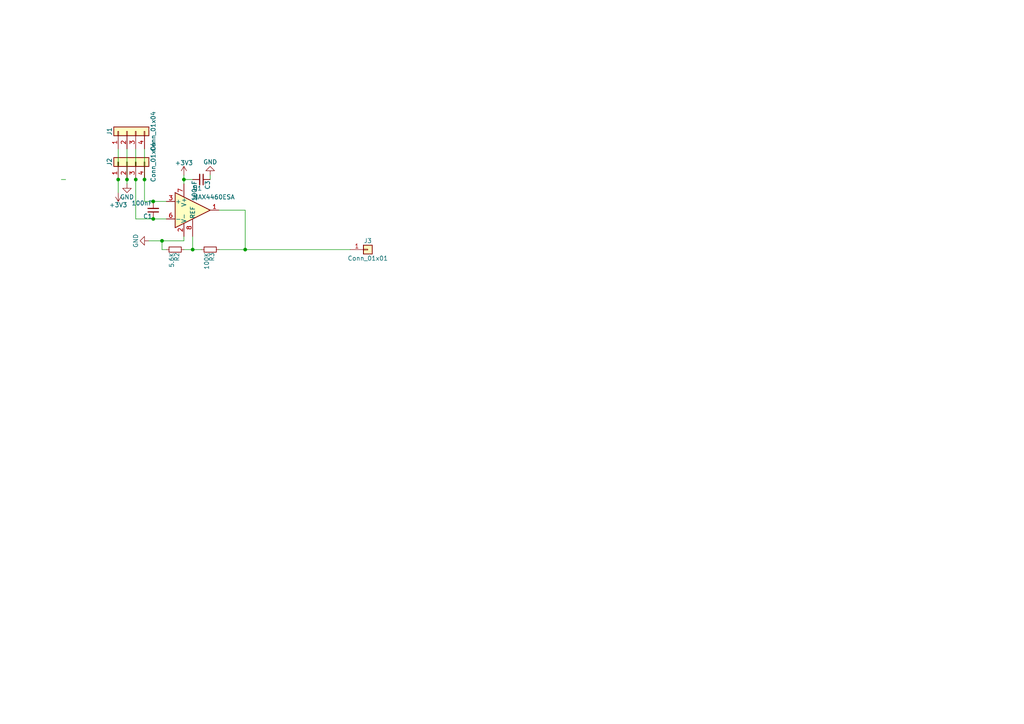
<source format=kicad_sch>
(kicad_sch (version 20211123) (generator eeschema)
  (paper "A4")
  (lib_symbols
    (symbol "max4460_fix-rescue:+3.3V" (power) (pin_names (offset 0))
      (property "Value" "+3.3V" (at 0 3.556 0))
      (symbol "+3.3V_0_1"
        (polyline (pts (xy -0.762 1.27) (xy 0 2.54)))
        (polyline (pts (xy 0 0) (xy 0 2.54)))
        (polyline (pts (xy 0 2.54) (xy 0.762 1.27)))
      )
      (symbol "+3.3V_1_1"
        (pin power_in line (at 0 0 90) (length 0) hide (name "+3V3") (number "1"))
      )
    )
    (symbol "max4460_fix-rescue:C_Small" (pin_numbers hide) (pin_names (offset 0.254) hide)
      (property "Reference" "C" (at 0.254 1.778 0))
      (property "Value" "C_Small" (at 0.254 -2.032 0))
      (symbol "C_Small_0_1"
        (polyline (pts (xy -1.524 -0.508) (xy 1.524 -0.508)) (stroke (width 0.3302)))
        (polyline (pts (xy -1.524 0.508) (xy 1.524 0.508)) (stroke (width 0.3048)))
      )
      (symbol "C_Small_1_1"
        (pin passive line (at 0 2.54 270) (length 2.032) (name "~") (number "1"))
        (pin passive line (at 0 -2.54 90) (length 2.032) (name "~") (number "2"))
      )
    )
    (symbol "max4460_fix-rescue:Conn_01x01" (pin_names (offset 1.016) hide)
      (property "Reference" "J" (at 0 2.54 0))
      (property "Value" "Conn_01x01" (at 0 -2.54 0))
      (symbol "Conn_01x01_1_1"
        (rectangle (start -1.27 0.127) (end 0 -0.127) (stroke (width 0.1524)))
        (rectangle (start -1.27 1.27) (end 1.27 -1.27) (stroke (width 0.254)) (fill (type background)))
        (pin passive line (at -5.08 0 0) (length 3.81) (name "Pin_1") (number "1"))
      )
    )
    (symbol "max4460_fix-rescue:Conn_01x04" (pin_names (offset 1.016) hide)
      (property "Reference" "J" (at 0 5.08 0))
      (property "Value" "Conn_01x04" (at 0 -7.62 0))
      (symbol "Conn_01x04_1_1"
        (rectangle (start -1.27 -4.953) (end 0 -5.207) (stroke (width 0.1524)))
        (rectangle (start -1.27 -2.413) (end 0 -2.667) (stroke (width 0.1524)))
        (rectangle (start -1.27 0.127) (end 0 -0.127) (stroke (width 0.1524)))
        (rectangle (start -1.27 2.667) (end 0 2.413) (stroke (width 0.1524)))
        (rectangle (start -1.27 3.81) (end 1.27 -6.35) (stroke (width 0.254)) (fill (type background)))
        (pin passive line (at -5.08 2.54 0) (length 3.81) (name "Pin_1") (number "1"))
        (pin passive line (at -5.08 0 0) (length 3.81) (name "Pin_2") (number "2"))
        (pin passive line (at -5.08 -2.54 0) (length 3.81) (name "Pin_3") (number "3"))
        (pin passive line (at -5.08 -5.08 0) (length 3.81) (name "Pin_4") (number "4"))
      )
    )
    (symbol "max4460_fix-rescue:GND" (power) (pin_names (offset 0))
      (property "Value" "GND" (at 0 -3.81 0))
      (symbol "GND_0_1"
        (polyline (pts (xy 0 0) (xy 0 -1.27) (xy 1.27 -1.27) (xy 0 -2.54) (xy -1.27 -1.27) (xy 0 -1.27)))
      )
      (symbol "GND_1_1"
        (pin power_in line (at 0 0 270) (length 0) hide (name "GND") (number "1"))
      )
    )
    (symbol "max4460_fix-rescue:MAX4460ESA" (pin_names (offset 0.0254))
      (property "Reference" "U" (at 0 6.35 0))
      (property "Value" "MAX4460ESA" (at 0 3.81 0))
      (symbol "MAX4460ESA_0_1"
        (polyline (pts (xy -5.08 5.08) (xy 5.08 0) (xy -5.08 -5.08) (xy -5.08 5.08)) (stroke (width 0.254)) (fill (type background)))
      )
      (symbol "MAX4460ESA_1_1"
        (pin output line (at 7.62 0 180) (length 2.54) (name "~") (number "1"))
        (pin power_in line (at -2.54 -7.62 90) (length 3.81) (name "V-") (number "2"))
        (pin input line (at -7.62 2.54 0) (length 2.54) (name "+") (number "3"))
        (pin input line (at -7.62 -2.54 0) (length 2.54) (name "-") (number "6"))
        (pin power_in line (at -2.54 7.62 270) (length 3.81) (name "V+") (number "7"))
        (pin input line (at 0 -7.62 90) (length 5.08) (name "REF") (number "8"))
      )
    )
    (symbol "max4460_fix-rescue:R_Small" (pin_numbers hide) (pin_names (offset 0.254) hide)
      (property "Reference" "R" (at 0.762 0.508 0))
      (property "Value" "R_Small" (at 0.762 -1.016 0))
      (symbol "R_Small_0_1"
        (rectangle (start -0.762 1.778) (end 0.762 -1.778) (stroke (width 0.2032)))
      )
      (symbol "R_Small_1_1"
        (pin passive line (at 0 2.54 270) (length 0.762) (name "~") (number "1"))
        (pin passive line (at 0 -2.54 90) (length 0.762) (name "~") (number "2"))
      )
    )
  )
  (junction (at 39.37 52.07))
  (junction (at 71.12 72.39))
  (junction (at 36.83 52.07))
  (junction (at 53.34 52.07))
  (junction (at 46.99 69.85))
  (junction (at 44.45 63.5))
  (junction (at 44.45 58.42))
  (junction (at 41.91 52.07))
  (junction (at 34.29 52.07))
  (junction (at 55.88 72.39))
  (wire (pts (xy 19.05 52.07) (xy 17.78 52.07)))
  (wire (pts (xy 34.29 43.18) (xy 34.29 52.07)))
  (wire (pts (xy 55.88 68.58) (xy 55.88 72.39)))
  (wire (pts (xy 63.5 72.39) (xy 71.12 72.39)))
  (wire (pts (xy 34.29 52.07) (xy 34.29 55.88)))
  (wire (pts (xy 41.91 58.42) (xy 44.45 58.42)))
  (wire (pts (xy 60.96 50.8) (xy 60.96 52.07)))
  (wire (pts (xy 39.37 52.07) (xy 39.37 63.5)))
  (wire (pts (xy 53.34 72.39) (xy 55.88 72.39)))
  (wire (pts (xy 39.37 63.5) (xy 44.45 63.5)))
  (wire (pts (xy 46.99 69.85) (xy 53.34 69.85)))
  (wire (pts (xy 53.34 50.8) (xy 53.34 52.07)))
  (wire (pts (xy 43.18 69.85) (xy 46.99 69.85)))
  (wire (pts (xy 53.34 69.85) (xy 53.34 68.58)))
  (wire (pts (xy 36.83 43.18) (xy 36.83 52.07)))
  (wire (pts (xy 53.34 52.07) (xy 53.34 53.34)))
  (wire (pts (xy 63.5 60.96) (xy 71.12 60.96)))
  (wire (pts (xy 39.37 43.18) (xy 39.37 52.07)))
  (wire (pts (xy 55.88 72.39) (xy 58.42 72.39)))
  (wire (pts (xy 44.45 63.5) (xy 48.26 63.5)))
  (wire (pts (xy 46.99 72.39) (xy 46.99 69.85)))
  (wire (pts (xy 41.91 43.18) (xy 41.91 52.07)))
  (wire (pts (xy 48.26 72.39) (xy 46.99 72.39)))
  (wire (pts (xy 71.12 60.96) (xy 71.12 72.39)))
  (wire (pts (xy 71.12 72.39) (xy 101.6 72.39)))
  (wire (pts (xy 36.83 52.07) (xy 36.83 53.34)))
  (wire (pts (xy 55.88 52.07) (xy 53.34 52.07)))
  (wire (pts (xy 44.45 58.42) (xy 48.26 58.42)))
  (wire (pts (xy 41.91 52.07) (xy 41.91 58.42)))
  (symbol (lib_id "max4460_fix-rescue:Conn_01x04") (at 36.83 38.1 90) (unit 1)
    (property "Reference" "J1" (at 31.75 38.1 0))
    (property "Value" "Conn_01x04" (at 44.45 38.1 0))
    (property "Footprint" "Connectors_Phoenix:PhoenixContact_MCV-G_04x3.50mm_Vertical" (effects hide))
  )
  (symbol (lib_id "max4460_fix-rescue:Conn_01x04") (at 36.83 46.99 90) (unit 1)
    (property "Reference" "J2" (at 31.75 46.99 0))
    (property "Value" "Conn_01x04" (at 44.45 46.99 0))
    (property "Footprint" "Connectors_Phoenix:PhoenixContact_MCV-G_04x3.50mm_Vertical" (effects hide))
  )
  (symbol (lib_id "max4460_fix-rescue:MAX4460ESA") (at 55.88 60.96 0) (unit 1)
    (property "Reference" "U1" (at 55.88 54.61 0) (effects (justify left)))
    (property "Value" "MAX4460ESA" (at 55.88 57.15 0) (effects (justify left)))
    (property "Footprint" "Housings_SOIC:SOIC-8_3.9x4.9mm_Pitch1.27mm" (effects hide))
  )
  (symbol (lib_id "max4460_fix-rescue:C_Small") (at 44.45 60.96 180) (unit 1)
    (property "Reference" "C1" (at 44.196 62.738 0) (effects (justify left)))
    (property "Value" "100nF" (at 44.196 58.928 0) (effects (justify left)))
    (property "Footprint" "Capacitors_SMD:C_0603_HandSoldering" (effects hide))
  )
  (symbol (lib_id "max4460_fix-rescue:+3.3V") (at 53.34 50.8 0) (unit 1)
    (property "Reference" "#PWR01" (effects hide))
    (property "Value" "+3.3V" (at 53.34 47.244 0))
  )
  (symbol (lib_id "max4460_fix-rescue:GND") (at 43.18 69.85 270) (unit 1)
    (property "Reference" "#PWR02" (effects hide))
    (property "Value" "GND" (at 39.37 69.85 0))
  )
  (symbol (lib_id "max4460_fix-rescue:C_Small") (at 58.42 52.07 270) (unit 1)
    (property "Reference" "C3" (at 60.198 52.324 0) (effects (justify left)))
    (property "Value" "100nF" (at 56.388 52.324 0) (effects (justify left)))
    (property "Footprint" "Capacitors_SMD:C_0603_HandSoldering" (effects hide))
  )
  (symbol (lib_id "max4460_fix-rescue:GND") (at 60.96 50.8 180) (unit 1)
    (property "Reference" "#PWR03" (effects hide))
    (property "Value" "GND" (at 60.96 46.99 0))
  )
  (symbol (lib_id "max4460_fix-rescue:R_Small") (at 50.8 72.39 270) (unit 1)
    (property "Reference" "R2" (at 51.308 73.152 0) (effects (justify left)))
    (property "Value" "5.6K" (at 49.784 73.152 0) (effects (justify left)))
    (property "Footprint" "Resistors_THT:R_Axial_DIN0204_L3.6mm_D1.6mm_P7.62mm_Horizontal" (effects hide))
  )
  (symbol (lib_id "max4460_fix-rescue:R_Small") (at 60.96 72.39 270) (unit 1)
    (property "Reference" "R3" (at 61.468 73.152 0) (effects (justify left)))
    (property "Value" "100K" (at 59.944 73.152 0) (effects (justify left)))
    (property "Footprint" "Resistors_THT:R_Axial_DIN0204_L3.6mm_D1.6mm_P7.62mm_Horizontal" (effects hide))
  )
  (symbol (lib_id "max4460_fix-rescue:GND") (at 36.83 53.34 0) (unit 1)
    (property "Reference" "#PWR04" (effects hide))
    (property "Value" "GND" (at 36.83 57.15 0))
  )
  (symbol (lib_id "max4460_fix-rescue:+3.3V") (at 34.29 55.88 180) (unit 1)
    (property "Reference" "#PWR05" (effects hide))
    (property "Value" "+3.3V" (at 34.29 59.436 0))
  )
  (symbol (lib_id "max4460_fix-rescue:Conn_01x01") (at 106.68 72.39 0) (unit 1)
    (property "Reference" "J3" (at 106.68 69.85 0))
    (property "Value" "Conn_01x01" (at 106.68 74.93 0))
    (property "Footprint" "Pin_Headers:Pin_Header_Straight_1x01_Pitch2.54mm" (effects hide))
  )
)
</source>
